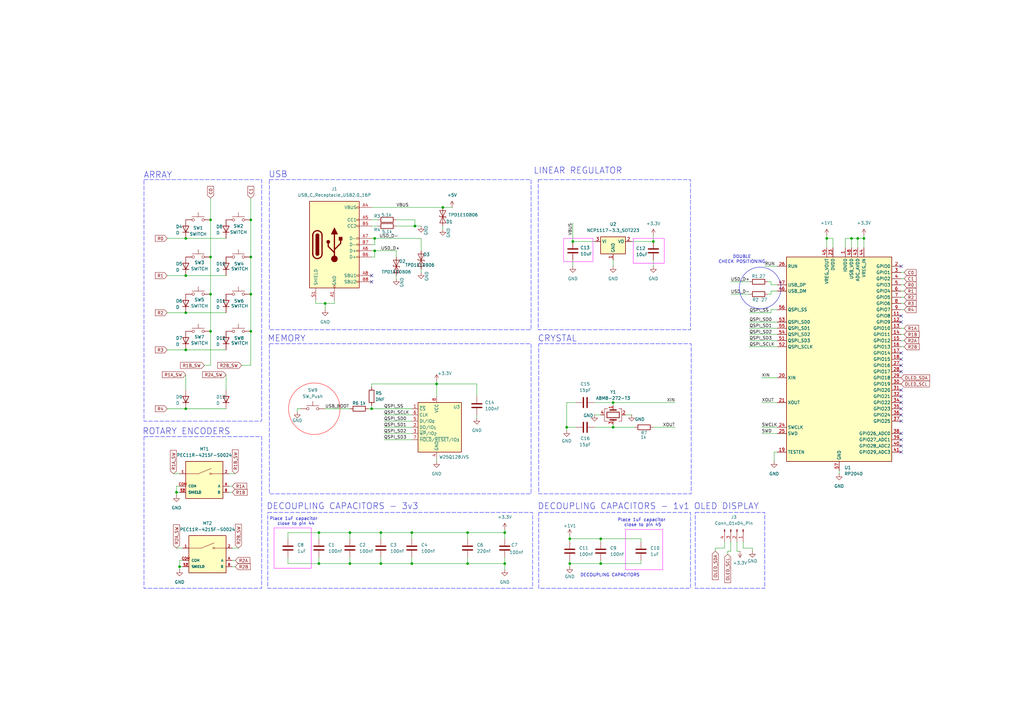
<source format=kicad_sch>
(kicad_sch (version 20250114) (generator "eeschema") (generator_version "9.0")
  (paper "A3")
  (rectangle (start 259.715 97.79) (end 272.415 107.95) (stroke (width 0) (color 255 0 255 1)))
  (rectangle (start 285.115 210.185) (end 313.69 241.3) (stroke (width 0) (type dash) (color 0 0 255 1)))
  (circle (center 128.905 167.64) (radius 10.5685) (stroke (width 0) (color 255 0 0 1)))
  (rectangle (start 256.54 217.17) (end 271.78 233.68) (stroke (width 0) (color 255 0 255 1)))
  (rectangle (start 109.855 210.185) (end 218.44 241.3) (stroke (width 0) (type dash) (color 0 0 255 1)))
  (rectangle (start 110.49 140.97) (end 217.805 202.565) (stroke (width 0) (type dash) (color 0 0 255 1)))
  (rectangle (start 110.49 73.66) (end 217.805 135.255) (stroke (width 0) (type dash) (color 0 0 255 1)))
  (circle (center 311.785 118.11) (radius 8.5431))
  (rectangle (start 59.055 73.66) (end 107.315 172.72) (stroke (width 0) (type dash) (color 0 0 255 1)))
  (rectangle (start 220.98 210.185) (end 283.21 241.3) (stroke (width 0) (type dash) (color 0 0 255 1)))
  (rectangle (start 59.055 179.07) (end 107.315 241.3) (stroke (width 0) (type dash) (color 0 0 255 1)))
  (rectangle (start 220.98 140.97) (end 283.464 202.565) (stroke (width 0) (type dash) (color 0 0 255 1)))
  (rectangle (start 112.395 216.535) (end 127.635 233.045) (stroke (width 0) (color 255 0 255 1)))
  (rectangle (start 220.726 73.66) (end 283.21 135.255) (stroke (width 0) (type dash) (color 0 0 255 1)))
  (rectangle (start 231.14 97.79) (end 243.205 107.315) (stroke (width 0) (color 255 0 255 1)))
  (text "DECOUPLING CAPACITORS" (at 250.19 235.966 0) (effects (font (size 1.27 1.27))))
  (text "DOUBLE\nCHECK POSITIONING\n" (at 304.292 106.426 0) (effects (font (size 1.27 1.27))))
  (text "MEMORY" (at 117.602 138.938 0) (effects (font (size 2.54 2.54))))
  (text "ARRAY" (at 64.77 71.882 0) (effects (font (size 2.54 2.54))))
  (text "CRYSTAL\n" (at 228.6 138.938 0) (effects (font (size 2.54 2.54))))
  (text "DECOUPLING CAPACITORS - 1v1" (at 251.714 207.772 0) (effects (font (size 2.54 2.54))))
  (text "LINEAR REGULATOR " (at 237.998 70.104 0) (effects (font (size 2.54 2.54))))
  (text "USB" (at 114.046 71.628 0) (effects (font (size 2.54 2.54))))
  (text "ROTARY ENCODERS\n" (at 76.454 177.038 0) (effects (font (size 2.54 2.54))))
  (text "Place 1uF capacitor\n close to pin 45" (at 263.144 214.376 0) (effects (font (size 1.27 1.27))))
  (text "OLED DISPLAY" (at 297.942 207.772 0) (effects (font (size 2.54 2.54))))
  (text "Place 1uF capacitor \n close to pin 44" (at 120.904 213.868 0) (effects (font (size 1.27 1.27))))
  (text "DECOUPLING CAPACITORS - 3v3" (at 140.462 207.772 0) (effects (font (size 2.54 2.54))))
  (junction (at 246.38 231.14))
  (junction (at 234.95 99.06))
  (junction (at 349.25 97.79))
  (junction (at 251.46 175.26))
  (junction (at 207.01 218.44))
  (junction (at 76.2 143.51))
  (junction (at 86.36 90.17))
  (junction (at 207.01 231.14))
  (junction (at 168.91 231.14))
  (junction (at 76.2 97.79))
  (junction (at 86.36 105.41))
  (junction (at 179.07 157.48))
  (junction (at 102.87 105.41))
  (junction (at 233.68 231.14))
  (junction (at 339.09 97.79))
  (junction (at 72.39 201.93))
  (junction (at 156.21 218.44))
  (junction (at 156.21 231.14))
  (junction (at 86.36 135.89))
  (junction (at 246.38 220.98))
  (junction (at 152.4 167.64))
  (junction (at 76.2 167.64))
  (junction (at 232.41 175.26))
  (junction (at 267.97 99.06))
  (junction (at 143.51 218.44))
  (junction (at 351.79 97.79))
  (junction (at 76.2 113.03))
  (junction (at 233.68 220.98))
  (junction (at 130.81 231.14))
  (junction (at 143.51 231.14))
  (junction (at 153.67 97.79))
  (junction (at 76.2 128.27))
  (junction (at 191.77 231.14))
  (junction (at 102.87 135.89))
  (junction (at 73.66 232.41))
  (junction (at 191.77 218.44))
  (junction (at 102.87 90.17))
  (junction (at 170.18 92.71))
  (junction (at 86.36 120.65))
  (junction (at 168.91 218.44))
  (junction (at 102.87 120.65))
  (junction (at 130.81 218.44))
  (junction (at 181.61 85.09))
  (junction (at 153.67 102.87))
  (junction (at 354.33 97.79))
  (junction (at 251.46 165.1))
  (junction (at 133.35 124.46))
  (no_connect (at 369.57 109.22))
  (no_connect (at 369.57 185.42))
  (no_connect (at 369.57 177.8))
  (no_connect (at 369.57 149.86))
  (no_connect (at 369.57 147.32))
  (no_connect (at 369.57 152.4))
  (no_connect (at 369.57 182.88))
  (no_connect (at 369.57 160.02))
  (no_connect (at 369.57 172.72))
  (no_connect (at 369.57 162.56))
  (no_connect (at 369.57 167.64))
  (no_connect (at 152.4 115.57))
  (no_connect (at 369.57 132.08))
  (no_connect (at 369.57 129.54))
  (no_connect (at 369.57 180.34))
  (no_connect (at 369.57 144.78))
  (no_connect (at 369.57 165.1))
  (no_connect (at 369.57 170.18))
  (no_connect (at 152.4 113.03))
  (wire (pts (xy 246.38 220.98) (xy 262.89 220.98)))
  (wire (pts (xy 293.37 226.06) (xy 293.37 224.79)))
  (wire (pts (xy 133.35 124.46) (xy 133.35 127)))
  (wire (pts (xy 72.39 203.2) (xy 72.39 201.93)))
  (wire (pts (xy 232.41 175.26) (xy 236.22 175.26)))
  (wire (pts (xy 102.87 149.86) (xy 102.87 135.89)))
  (wire (pts (xy 121.92 168.91) (xy 121.92 167.64)))
  (wire (pts (xy 76.2 143.51) (xy 92.71 143.51)))
  (wire (pts (xy 370.84 124.46) (xy 369.57 124.46)))
  (wire (pts (xy 317.5 189.23) (xy 317.5 185.42)))
  (wire (pts (xy 246.38 220.98) (xy 233.68 220.98)))
  (wire (pts (xy 243.84 175.26) (xy 251.46 175.26)))
  (wire (pts (xy 256.54 170.18) (xy 259.08 170.18)))
  (wire (pts (xy 351.79 101.6) (xy 351.79 97.79)))
  (wire (pts (xy 316.23 119.38) (xy 318.77 119.38)))
  (wire (pts (xy 86.36 149.86) (xy 83.82 149.86)))
  (wire (pts (xy 86.36 120.65) (xy 86.36 135.89)))
  (wire (pts (xy 99.06 149.86) (xy 102.87 149.86)))
  (wire (pts (xy 307.34 132.08) (xy 318.77 132.08)))
  (wire (pts (xy 71.12 194.31) (xy 73.66 194.31)))
  (wire (pts (xy 312.42 177.8) (xy 318.77 177.8)))
  (wire (pts (xy 181.61 85.09) (xy 185.42 85.09)))
  (wire (pts (xy 102.87 81.28) (xy 102.87 90.17)))
  (wire (pts (xy 86.36 105.41) (xy 86.36 120.65)))
  (wire (pts (xy 102.87 120.65) (xy 102.87 135.89)))
  (wire (pts (xy 316.23 120.65) (xy 316.23 119.38)))
  (wire (pts (xy 143.51 231.14) (xy 156.21 231.14)))
  (wire (pts (xy 191.77 231.14) (xy 207.01 231.14)))
  (wire (pts (xy 299.72 120.65) (xy 307.34 120.65)))
  (wire (pts (xy 97.79 224.79) (xy 95.25 224.79)))
  (wire (pts (xy 233.68 220.98) (xy 233.68 222.25)))
  (wire (pts (xy 246.38 231.14) (xy 246.38 229.87)))
  (wire (pts (xy 152.4 100.33) (xy 153.67 100.33)))
  (wire (pts (xy 168.91 218.44) (xy 191.77 218.44)))
  (wire (pts (xy 346.71 97.79) (xy 349.25 97.79)))
  (wire (pts (xy 130.81 218.44) (xy 130.81 220.98)))
  (wire (pts (xy 207.01 218.44) (xy 207.01 220.98)))
  (wire (pts (xy 317.5 185.42) (xy 318.77 185.42)))
  (wire (pts (xy 96.52 232.41) (xy 95.25 232.41)))
  (wire (pts (xy 157.48 180.34) (xy 168.91 180.34)))
  (wire (pts (xy 316.23 116.84) (xy 318.77 116.84)))
  (wire (pts (xy 179.07 157.48) (xy 179.07 162.56)))
  (wire (pts (xy 351.79 97.79) (xy 354.33 97.79)))
  (wire (pts (xy 299.72 115.57) (xy 307.34 115.57)))
  (wire (pts (xy 72.39 224.79) (xy 74.93 224.79)))
  (wire (pts (xy 76.2 167.64) (xy 92.71 167.64)))
  (wire (pts (xy 68.58 143.51) (xy 76.2 143.51)))
  (wire (pts (xy 349.25 97.79) (xy 351.79 97.79)))
  (wire (pts (xy 179.07 189.23) (xy 179.07 187.96)))
  (wire (pts (xy 102.87 90.17) (xy 102.87 105.41)))
  (wire (pts (xy 370.84 142.24) (xy 369.57 142.24)))
  (wire (pts (xy 234.95 99.06) (xy 243.84 99.06)))
  (wire (pts (xy 168.91 231.14) (xy 191.77 231.14)))
  (wire (pts (xy 143.51 228.6) (xy 143.51 231.14)))
  (wire (pts (xy 346.71 101.6) (xy 346.71 97.79)))
  (wire (pts (xy 129.54 124.46) (xy 129.54 123.19)))
  (wire (pts (xy 312.42 165.1) (xy 318.77 165.1)))
  (wire (pts (xy 251.46 165.1) (xy 276.86 165.1)))
  (wire (pts (xy 232.41 176.53) (xy 232.41 175.26)))
  (wire (pts (xy 298.45 227.33) (xy 298.45 226.06)))
  (wire (pts (xy 72.39 201.93) (xy 72.39 199.39)))
  (wire (pts (xy 153.67 102.87) (xy 153.67 105.41)))
  (wire (pts (xy 102.87 105.41) (xy 102.87 120.65)))
  (wire (pts (xy 370.84 134.62) (xy 369.57 134.62)))
  (wire (pts (xy 307.34 128.27) (xy 316.23 128.27)))
  (wire (pts (xy 86.36 81.28) (xy 86.36 90.17)))
  (wire (pts (xy 303.53 226.06) (xy 302.26 226.06)))
  (wire (pts (xy 243.84 165.1) (xy 251.46 165.1)))
  (wire (pts (xy 251.46 175.26) (xy 251.46 173.99)))
  (wire (pts (xy 312.42 175.26) (xy 318.77 175.26)))
  (wire (pts (xy 370.84 121.92) (xy 369.57 121.92)))
  (wire (pts (xy 118.11 231.14) (xy 130.81 231.14)))
  (wire (pts (xy 156.21 228.6) (xy 156.21 231.14)))
  (wire (pts (xy 243.84 170.18) (xy 246.38 170.18)))
  (wire (pts (xy 170.18 90.17) (xy 170.18 92.71)))
  (wire (pts (xy 267.97 96.52) (xy 267.97 99.06)))
  (wire (pts (xy 233.68 231.14) (xy 233.68 229.87)))
  (wire (pts (xy 162.56 102.87) (xy 162.56 105.41)))
  (wire (pts (xy 370.84 137.16) (xy 369.57 137.16)))
  (wire (pts (xy 152.4 167.64) (xy 168.91 167.64)))
  (wire (pts (xy 118.11 218.44) (xy 130.81 218.44)))
  (wire (pts (xy 195.58 171.45) (xy 195.58 170.18)))
  (wire (pts (xy 153.67 100.33) (xy 153.67 97.79)))
  (wire (pts (xy 157.48 175.26) (xy 168.91 175.26)))
  (wire (pts (xy 195.58 157.48) (xy 179.07 157.48)))
  (wire (pts (xy 162.56 90.17) (xy 170.18 90.17)))
  (wire (pts (xy 152.4 102.87) (xy 153.67 102.87)))
  (wire (pts (xy 76.2 113.03) (xy 92.71 113.03)))
  (wire (pts (xy 370.84 139.7) (xy 369.57 139.7)))
  (wire (pts (xy 262.89 231.14) (xy 262.89 229.87)))
  (wire (pts (xy 316.23 127) (xy 318.77 127)))
  (wire (pts (xy 267.97 109.22) (xy 267.97 106.68)))
  (wire (pts (xy 316.23 128.27) (xy 316.23 127)))
  (wire (pts (xy 312.42 154.94) (xy 318.77 154.94)))
  (wire (pts (xy 262.89 222.25) (xy 262.89 220.98)))
  (wire (pts (xy 370.84 119.38) (xy 369.57 119.38)))
  (wire (pts (xy 73.66 232.41) (xy 73.66 233.68)))
  (wire (pts (xy 68.58 167.64) (xy 76.2 167.64)))
  (wire (pts (xy 143.51 218.44) (xy 143.51 220.98)))
  (wire (pts (xy 157.48 172.72) (xy 168.91 172.72)))
  (wire (pts (xy 349.25 97.79) (xy 349.25 101.6)))
  (wire (pts (xy 232.41 165.1) (xy 232.41 175.26)))
  (wire (pts (xy 68.58 128.27) (xy 76.2 128.27)))
  (wire (pts (xy 121.92 167.64) (xy 123.19 167.64)))
  (wire (pts (xy 191.77 218.44) (xy 207.01 218.44)))
  (wire (pts (xy 133.35 167.64) (xy 143.51 167.64)))
  (wire (pts (xy 314.96 115.57) (xy 316.23 115.57)))
  (wire (pts (xy 72.39 201.93) (xy 73.66 201.93)))
  (wire (pts (xy 370.84 111.76) (xy 369.57 111.76)))
  (wire (pts (xy 251.46 109.22) (xy 251.46 106.68)))
  (wire (pts (xy 307.34 137.16) (xy 318.77 137.16)))
  (wire (pts (xy 152.4 105.41) (xy 153.67 105.41)))
  (wire (pts (xy 299.72 226.06) (xy 299.72 222.25)))
  (wire (pts (xy 156.21 218.44) (xy 168.91 218.44)))
  (wire (pts (xy 130.81 231.14) (xy 143.51 231.14)))
  (wire (pts (xy 153.67 97.79) (xy 172.72 97.79)))
  (wire (pts (xy 236.22 165.1) (xy 232.41 165.1)))
  (wire (pts (xy 293.37 224.79) (xy 297.18 224.79)))
  (wire (pts (xy 143.51 218.44) (xy 156.21 218.44)))
  (wire (pts (xy 298.45 226.06) (xy 299.72 226.06)))
  (wire (pts (xy 152.4 85.09) (xy 181.61 85.09)))
  (wire (pts (xy 191.77 228.6) (xy 191.77 231.14)))
  (wire (pts (xy 95.25 201.93) (xy 93.98 201.93)))
  (wire (pts (xy 168.91 228.6) (xy 168.91 231.14)))
  (wire (pts (xy 73.66 232.41) (xy 74.93 232.41)))
  (wire (pts (xy 251.46 165.1) (xy 251.46 166.37)))
  (wire (pts (xy 233.68 232.41) (xy 233.68 231.14)))
  (wire (pts (xy 181.61 93.98) (xy 181.61 92.71)))
  (wire (pts (xy 96.52 229.87) (xy 95.25 229.87)))
  (wire (pts (xy 354.33 97.79) (xy 354.33 101.6)))
  (wire (pts (xy 344.17 194.31) (xy 344.17 193.04)))
  (wire (pts (xy 267.97 175.26) (xy 276.86 175.26)))
  (wire (pts (xy 152.4 157.48) (xy 152.4 158.75)))
  (wire (pts (xy 354.33 96.52) (xy 354.33 97.79)))
  (wire (pts (xy 234.95 91.44) (xy 234.95 99.06)))
  (wire (pts (xy 130.81 218.44) (xy 143.51 218.44)))
  (wire (pts (xy 207.01 217.17) (xy 207.01 218.44)))
  (wire (pts (xy 76.2 153.67) (xy 76.2 160.02)))
  (wire (pts (xy 172.72 92.71) (xy 170.18 92.71)))
  (wire (pts (xy 156.21 231.14) (xy 168.91 231.14)))
  (wire (pts (xy 152.4 92.71) (xy 154.94 92.71)))
  (wire (pts (xy 307.34 134.62) (xy 318.77 134.62)))
  (wire (pts (xy 233.68 219.71) (xy 233.68 220.98)))
  (wire (pts (xy 314.96 120.65) (xy 316.23 120.65)))
  (wire (pts (xy 207.01 228.6) (xy 207.01 231.14)))
  (wire (pts (xy 95.25 199.39) (xy 93.98 199.39)))
  (wire (pts (xy 234.95 109.22) (xy 234.95 106.68)))
  (wire (pts (xy 370.84 114.3) (xy 369.57 114.3)))
  (wire (pts (xy 341.63 97.79) (xy 339.09 97.79)))
  (wire (pts (xy 246.38 231.14) (xy 262.89 231.14)))
  (wire (pts (xy 72.39 199.39) (xy 73.66 199.39)))
  (wire (pts (xy 297.18 224.79) (xy 297.18 222.25)))
  (wire (pts (xy 137.16 124.46) (xy 133.35 124.46)))
  (wire (pts (xy 195.58 162.56) (xy 195.58 157.48)))
  (wire (pts (xy 370.84 116.84) (xy 369.57 116.84)))
  (wire (pts (xy 133.35 124.46) (xy 129.54 124.46)))
  (wire (pts (xy 157.48 170.18) (xy 168.91 170.18)))
  (wire (pts (xy 118.11 228.6) (xy 118.11 231.14)))
  (wire (pts (xy 86.36 90.17) (xy 86.36 105.41)))
  (wire (pts (xy 307.34 139.7) (xy 318.77 139.7)))
  (wire (pts (xy 370.84 127) (xy 369.57 127)))
  (wire (pts (xy 172.72 102.87) (xy 172.72 97.79)))
  (wire (pts (xy 151.13 167.64) (xy 152.4 167.64)))
  (wire (pts (xy 76.2 128.27) (xy 92.71 128.27)))
  (wire (pts (xy 68.58 97.79) (xy 76.2 97.79)))
  (wire (pts (xy 76.2 97.79) (xy 92.71 97.79)))
  (wire (pts (xy 307.34 142.24) (xy 318.77 142.24)))
  (wire (pts (xy 96.52 194.31) (xy 93.98 194.31)))
  (wire (pts (xy 156.21 218.44) (xy 156.21 220.98)))
  (wire (pts (xy 313.69 109.22) (xy 318.77 109.22)))
  (wire (pts (xy 137.16 124.46) (xy 137.16 123.19)))
  (wire (pts (xy 259.08 99.06) (xy 267.97 99.06)))
  (wire (pts (xy 233.68 231.14) (xy 246.38 231.14)))
  (wire (pts (xy 339.09 97.79) (xy 339.09 101.6)))
  (wire (pts (xy 162.56 114.3) (xy 162.56 113.03)))
  (wire (pts (xy 73.66 229.87) (xy 73.66 232.41)))
  (wire (pts (xy 308.61 224.79) (xy 304.8 224.79)))
  (wire (pts (xy 168.91 218.44) (xy 168.91 220.98)))
  (wire (pts (xy 130.81 228.6) (xy 130.81 231.14)))
  (wire (pts (xy 118.11 220.98) (xy 118.11 218.44)))
  (wire (pts (xy 92.71 153.67) (xy 92.71 160.02)))
  (wire (pts (xy 207.01 233.68) (xy 207.01 231.14)))
  (wire (pts (xy 162.56 92.71) (xy 170.18 92.71)))
  (wire (pts (xy 86.36 135.89) (xy 86.36 149.86)))
  (wire (pts (xy 152.4 157.48) (xy 179.07 157.48)))
  (wire (pts (xy 68.58 113.03) (xy 76.2 113.03)))
  (wire (pts (xy 308.61 226.06) (xy 308.61 224.79)))
  (wire (pts (xy 152.4 90.17) (xy 154.94 90.17)))
  (wire (pts (xy 191.77 218.44) (xy 191.77 220.98)))
  (wire (pts (xy 339.09 96.52) (xy 339.09 97.79)))
  (wire (pts (xy 152.4 166.37) (xy 152.4 167.64)))
  (wire (pts (xy 316.23 115.57) (xy 316.23 116.84)))
  (wire (pts (xy 172.72 111.76) (xy 172.72 110.49)))
  (wire (pts (xy 341.63 101.6) (xy 341.63 97.79)))
  (wire (pts (xy 74.93 229.87) (xy 73.66 229.87)))
  (wire (pts (xy 260.35 175.26) (xy 251.46 175.26)))
  (wire (pts (xy 153.67 102.87) (xy 162.56 102.87)))
  (wire (pts (xy 152.4 97.79) (xy 153.67 97.79)))
  (wire (pts (xy 304.8 224.79) (xy 304.8 222.25)))
  (wire (pts (xy 179.07 156.21) (xy 179.07 157.48)))
  (wire (pts (xy 302.26 226.06) (xy 302.26 222.25)))
  (wire (pts (xy 246.38 220.98) (xy 246.38 222.25)))
  (wire (pts (xy 157.48 177.8) (xy 168.91 177.8)))
  (label "QSPI_SD2" (at 157.48 177.8 0))
  (label "QSPI_SD3" (at 157.48 180.34 0))
  (label "RUN" (at 313.69 109.22 0))
  (label "USD_D+" (at 156.21 102.87 0))
  (label "QSPI_SD2" (at 307.34 137.16 0))
  (label "XOUT" (at 312.42 165.1 0))
  (label "QSPI_SD1" (at 307.34 134.62 0))
  (label "QSPI_SCLK" (at 157.48 170.18 0))
  (label "VBUS" (at 162.56 85.09 0))
  (label "XIN" (at 312.42 154.94 0))
  (label "USD_D-" (at 299.72 120.65 0))
  (label "QSPI_SD1" (at 157.48 175.26 0))
  (label "QSPI_SCLK" (at 307.34 142.24 0))
  (label "XIN" (at 276.86 165.1 180))
  (label "USD_D+" (at 299.72 115.57 0))
  (label "SWCLK" (at 312.42 175.26 0))
  (label "QSPI_SS" (at 157.48 167.64 0))
  (label "QSPI_SD0" (at 307.34 132.08 0))
  (label "QSPI_SD0" (at 157.48 172.72 0))
  (label "XOUT" (at 276.86 175.26 180))
  (label "VBUS" (at 234.95 91.44 270))
  (label "SWD" (at 312.42 177.8 0))
  (label "QSPI_SD3" (at 307.34 139.7 0))
  (label "USD_D-" (at 155.575 97.79 0))
  (label "USB_BOOT" (at 133.35 167.64 0))
  (label "QSPI_SS" (at 307.34 128.27 0))
  (global_label "C1" (shape input) (at 102.87 81.28 90) (property "Intersheetrefs" "${INTERSHEET_REFS}" (effects (hide yes))))
  (global_label "R2B_SW" (shape input) (at 97.79 224.79 90) (property "Intersheetrefs" "${INTERSHEET_REFS}" (effects (hide yes))))
  (global_label "R2A_SW" (shape input) (at 72.39 224.79 90) (property "Intersheetrefs" "${INTERSHEET_REFS}" (effects (hide yes))))
  (global_label "R1B_SW" (shape input) (at 83.82 149.86 180) (property "Intersheetrefs" "${INTERSHEET_REFS}" (effects (hide yes))))
  (global_label "OLED_SDA" (shape input) (at 369.57 154.94 0) (property "Intersheetrefs" "${INTERSHEET_REFS}" (effects (hide yes))))
  (global_label "C0" (shape input) (at 370.84 111.76 0) (property "Intersheetrefs" "${INTERSHEET_REFS}" (effects (hide yes))))
  (global_label "R2A" (shape input) (at 370.84 139.7 0) (property "Intersheetrefs" "${INTERSHEET_REFS}" (effects (hide yes))))
  (global_label "R4" (shape input) (at 68.58 167.64 180) (property "Intersheetrefs" "${INTERSHEET_REFS}" (effects (hide yes))))
  (global_label "C1" (shape input) (at 370.84 114.3 0) (property "Intersheetrefs" "${INTERSHEET_REFS}" (effects (hide yes))))
  (global_label "OLED_SCL" (shape input) (at 298.45 227.33 270) (property "Intersheetrefs" "${INTERSHEET_REFS}" (effects (hide yes))))
  (global_label "R2" (shape input) (at 370.84 121.92 0) (property "Intersheetrefs" "${INTERSHEET_REFS}" (effects (hide yes))))
  (global_label "C0" (shape input) (at 86.36 81.28 90) (property "Intersheetrefs" "${INTERSHEET_REFS}" (effects (hide yes))))
  (global_label "R2A_SW" (shape input) (at 92.71 153.67 180) (property "Intersheetrefs" "${INTERSHEET_REFS}" (effects (hide yes))))
  (global_label "OLED_SDA" (shape input) (at 293.37 226.06 270) (property "Intersheetrefs" "${INTERSHEET_REFS}" (effects (hide yes))))
  (global_label "R3" (shape input) (at 68.58 143.51 180) (property "Intersheetrefs" "${INTERSHEET_REFS}" (effects (hide yes))))
  (global_label "R1" (shape input) (at 370.84 119.38 0) (property "Intersheetrefs" "${INTERSHEET_REFS}" (effects (hide yes))))
  (global_label "R0" (shape input) (at 370.84 116.84 0) (property "Intersheetrefs" "${INTERSHEET_REFS}" (effects (hide yes))))
  (global_label "R1B" (shape input) (at 370.84 137.16 0) (property "Intersheetrefs" "${INTERSHEET_REFS}" (effects (hide yes))))
  (global_label "R1B_SW" (shape input) (at 96.52 194.31 90) (property "Intersheetrefs" "${INTERSHEET_REFS}" (effects (hide yes))))
  (global_label "OLED_SCL" (shape input) (at 369.57 157.48 0) (property "Intersheetrefs" "${INTERSHEET_REFS}" (effects (hide yes))))
  (global_label "R1A_SW" (shape input) (at 71.12 194.31 90) (property "Intersheetrefs" "${INTERSHEET_REFS}" (effects (hide yes))))
  (global_label "R1B" (shape input) (at 95.25 201.93 0) (property "Intersheetrefs" "${INTERSHEET_REFS}" (effects (hide yes))))
  (global_label "R2" (shape input) (at 68.58 128.27 180) (property "Intersheetrefs" "${INTERSHEET_REFS}" (effects (hide yes))))
  (global_label "R1A" (shape input) (at 370.84 134.62 0) (property "Intersheetrefs" "${INTERSHEET_REFS}" (effects (hide yes))))
  (global_label "R1A_SW" (shape input) (at 76.2 153.67 180) (property "Intersheetrefs" "${INTERSHEET_REFS}" (effects (hide yes))))
  (global_label "R4" (shape input) (at 370.84 127 0) (property "Intersheetrefs" "${INTERSHEET_REFS}" (effects (hide yes))))
  (global_label "R2A" (shape input) (at 96.52 229.87 0) (property "Intersheetrefs" "${INTERSHEET_REFS}" (effects (hide yes))))
  (global_label "R3" (shape input) (at 370.84 124.46 0) (property "Intersheetrefs" "${INTERSHEET_REFS}" (effects (hide yes))))
  (global_label "R0" (shape input) (at 68.58 97.79 180) (property "Intersheetrefs" "${INTERSHEET_REFS}" (effects (hide yes))))
  (global_label "R1A" (shape input) (at 95.25 199.39 0) (property "Intersheetrefs" "${INTERSHEET_REFS}" (effects (hide yes))))
  (global_label "R2B" (shape input) (at 370.84 142.24 0) (property "Intersheetrefs" "${INTERSHEET_REFS}" (effects (hide yes))))
  (global_label "R2B_SW" (shape input) (at 99.06 149.86 180) (property "Intersheetrefs" "${INTERSHEET_REFS}" (effects (hide yes))))
  (global_label "R2B" (shape input) (at 96.52 232.41 0) (property "Intersheetrefs" "${INTERSHEET_REFS}" (effects (hide yes))))
  (global_label "R1" (shape input) (at 68.58 113.03 180) (property "Intersheetrefs" "${INTERSHEET_REFS}" (effects (hide yes))))
  (symbol (lib_id "Device:C") (at 240.03 165.1 90) (unit 1)
    (property "Reference" "C15" (at 240.03 157.48 90))
    (property "Value" "15pF" (at 240.03 160.02 90))
    (property "Footprint" "Capacitor_SMD:C_0603_1608Metric" (effects (hide yes)))
    (property "Description" "Unpolarized capacitor" (effects (hide yes)))
  )
  (symbol (lib_id "Device:C") (at 246.38 226.06 0) (unit 1)
    (property "Reference" "C9" (at 250.19 224.7899 0) (effects (justify left)))
    (property "Value" "100nf" (at 250.19 227.3299 0) (effects (justify left)))
    (property "Footprint" "Capacitor_SMD:C_0603_1608Metric" (effects (hide yes)))
    (property "Description" "Unpolarized capacitor" (effects (hide yes)))
  )
  (symbol (lib_id "Switch:SW_Omron_B3FS") (at 81.28 90.17 0) (unit 1)
    (property "Reference" "SW1" (at 81.28 93.472 0))
    (property "Value" "SWITCH" (at 81.28 96.012 0))
    (property "Footprint" "1_my_custom_libary_pretty:Kailh_socket_PG1350" (effects (hide yes)))
    (property "Datasheet" "https://omronfs.omron.com/en_US/ecb/products/pdf/en-b3fs.pdf" (effects (hide yes)))
    (property "Description" "Omron B3FS 6x6mm single pole normally-open tactile switch" (effects (hide yes)))
  )
  (symbol (lib_id "Device:Crystal_GND24") (at 251.46 170.18 270) (unit 1)
    (property "Reference" "Y1" (at 251.46 160.782 90))
    (property "Value" "ABM8-272-T3" (at 251.46 163.322 90))
    (property "Footprint" "Crystal:Crystal_SMD_3225-4Pin_3.2x2.5mm" (effects (hide yes)))
    (property "Description" "Four pin crystal, GND on pins 2 and 4" (effects (hide yes)))
  )
  (symbol (lib_id "Connector:Conn_01x04_Pin") (at 302.26 217.17 270) (unit 1)
    (property "Reference" "J3" (at 300.99 212.09 90))
    (property "Value" "Conn_01x04_Pin" (at 300.99 214.63 90))
    (property "Footprint" "1_my_custom_libary_pretty:OLED" (effects (hide yes)))
    (property "Description" "Generic connector, single row, 01x04, script generated" (effects (hide yes)))
  )
  (symbol (lib_id "Device:D") (at 92.71 124.46 90) (unit 1)
    (property "Reference" "D11" (at 88.646 123.444 90) (effects (justify right)))
    (property "Value" "D" (at 88.646 125.984 90) (effects (justify right)))
    (property "Footprint" "Diode_SMD:D_0603_1608Metric" (effects (hide yes)))
    (property "Description" "Diode" (effects (hide yes)))
    (property "Sim.Device" "D" (effects (hide yes)))
    (property "Sim.Pins" "1=K 2=A" (effects (hide yes)))
  )
  (symbol (lib_id "Device:D") (at 92.71 139.7 90) (unit 1)
    (property "Reference" "D12" (at 88.646 138.684 90) (effects (justify right)))
    (property "Value" "D" (at 88.646 141.224 90) (effects (justify right)))
    (property "Footprint" "Diode_SMD:D_0603_1608Metric" (effects (hide yes)))
    (property "Description" "Diode" (effects (hide yes)))
    (property "Sim.Device" "D" (effects (hide yes)))
    (property "Sim.Pins" "1=K 2=A" (effects (hide yes)))
  )
  (symbol (lib_id "Device:C") (at 267.97 102.87 0) (unit 1)
    (property "Reference" "C12" (at 260.858 101.854 0) (effects (justify left)))
    (property "Value" "10uF" (at 260.858 104.394 0) (effects (justify left)))
    (property "Footprint" "Capacitor_SMD:C_0805_2012Metric" (effects (hide yes)))
    (property "Description" "Unpolarized capacitor" (effects (hide yes)))
  )
  (symbol (lib_id "power:GND") (at 195.58 171.45 0) (unit 1)
    (property "Reference" "#PWR020" (effects (hide yes)))
    (property "Value" "GND" (at 195.58 176.53 0))
    (property "Description" "Power symbol creates a global label with name \"GND\" , ground" (effects (hide yes)))
  )
  (symbol (lib_id "Device:C") (at 233.68 226.06 0) (unit 1)
    (property "Reference" "C11" (at 237.49 224.7899 0) (effects (justify left)))
    (property "Value" "100nf" (at 237.49 227.3299 0) (effects (justify left)))
    (property "Footprint" "Capacitor_SMD:C_0603_1608Metric" (effects (hide yes)))
    (property "Description" "Unpolarized capacitor" (effects (hide yes)))
  )
  (symbol (lib_id "power:+3.3V") (at 354.33 96.52 0) (unit 1)
    (property "Reference" "#PWR04" (effects (hide yes)))
    (property "Value" "+3.3V" (at 354.33 91.44 0))
    (property "Description" "Power symbol creates a global label with name \"+3.3V\"" (effects (hide yes)))
  )
  (symbol (lib_id "power:GND") (at 308.61 226.06 0) (unit 1)
    (property "Reference" "#PWR028" (effects (hide yes)))
    (property "Value" "GND" (at 308.61 230.124 0))
    (property "Description" "Power symbol creates a global label with name \"GND\" , ground" (effects (hide yes)))
  )
  (symbol (lib_id "Connector:USB_C_Receptacle_USB2.0_16P") (at 137.16 100.33 0) (unit 1)
    (property "Reference" "J1" (at 137.16 77.47 0))
    (property "Value" "USB_C_Receptacle_USB2.0_16P" (at 137.16 80.01 0))
    (property "Footprint" "Connector_USB:USB_C_Receptacle_GCT_USB4105-xx-A_16P_TopMnt_Horizontal" (effects (hide yes)))
    (property "Datasheet" "https://www.usb.org/sites/default/files/documents/usb_type-c.zip" (effects (hide yes)))
    (property "Description" "USB 2.0-only 16P Type-C Receptacle connector" (effects (hide yes)))
  )
  (symbol (lib_id "power:GND") (at 259.08 170.18 0) (unit 1)
    (property "Reference" "#PWR024" (effects (hide yes)))
    (property "Value" "GND" (at 262.382 171.958 0))
    (property "Description" "Power symbol creates a global label with name \"GND\" , ground" (effects (hide yes)))
  )
  (symbol (lib_id "Device:R") (at 158.75 92.71 90) (unit 1)
    (property "Reference" "R4" (at 154.686 94.234 90))
    (property "Value" "5.1k" (at 158.75 94.996 90))
    (property "Footprint" "Resistor_SMD:R_0603_1608Metric" (effects (hide yes)))
    (property "Description" "Resistor" (effects (hide yes)))
  )
  (symbol (lib_id "Device:D") (at 92.71 93.98 90) (unit 1)
    (property "Reference" "D8" (at 88.646 92.964 90) (effects (justify right)))
    (property "Value" "D" (at 88.646 95.504 90) (effects (justify right)))
    (property "Footprint" "Diode_SMD:D_0603_1608Metric" (effects (hide yes)))
    (property "Description" "Diode" (effects (hide yes)))
    (property "Sim.Device" "D" (effects (hide yes)))
    (property "Sim.Pins" "1=K 2=A" (effects (hide yes)))
  )
  (symbol (lib_id "power:+1V1") (at 233.68 219.71 0) (unit 1)
    (property "Reference" "#PWR02" (effects (hide yes)))
    (property "Value" "+1V1" (at 233.68 215.646 0))
    (property "Description" "Power symbol creates a global label with name \"+1V1\"" (effects (hide yes)))
  )
  (symbol (lib_id "Device:C") (at 156.21 224.79 0) (unit 1)
    (property "Reference" "C3" (at 160.02 223.5199 0) (effects (justify left)))
    (property "Value" "100nf" (at 160.02 226.0599 0) (effects (justify left)))
    (property "Footprint" "Capacitor_SMD:C_0603_1608Metric" (effects (hide yes)))
    (property "Description" "Unpolarized capacitor" (effects (hide yes)))
  )
  (symbol (lib_id "Device:R") (at 311.15 115.57 90) (unit 1)
    (property "Reference" "R1" (at 309.626 113.284 90))
    (property "Value" "27" (at 312.674 113.284 90))
    (property "Footprint" "Resistor_SMD:R_0603_1608Metric" (effects (hide yes)))
    (property "Description" "Resistor" (effects (hide yes)))
  )
  (symbol (lib_id "Switch:SW_Push") (at 128.27 167.64 0) (unit 1)
    (property "Reference" "SW9" (at 128.27 160.02 0))
    (property "Value" "SW_Push" (at 128.27 162.56 0))
    (property "Footprint" "1_my_custom_libary_pretty:SW_SPST_PTS810" (effects (hide yes)))
    (property "Description" "Push button switch, generic, two pins" (effects (hide yes)))
  )
  (symbol (lib_id "Memory_Flash:W25Q128JVS") (at 179.07 175.26 0) (unit 1)
    (property "Reference" "U3" (at 185.928 166.878 0) (effects (justify left)))
    (property "Value" "W25Q128JVS" (at 180.086 187.452 0) (effects (justify left)))
    (property "Footprint" "Package_SO:SOIC-8_5.3x5.3mm_P1.27mm" (effects (hide yes)))
    (property "Datasheet" "https://www.winbond.com/resource-files/w25q128jv_dtr%20revc%2003272018%20plus.pdf" (effects (hide yes)))
    (property "Description" "128Mbit / 16MiB Serial Flash Memory, Standard/Dual/Quad SPI, 2.7-3.6V, SOIC-8" (effects (hide yes)))
  )
  (symbol (lib_id "power:GND") (at 172.72 92.71 0) (unit 1)
    (property "Reference" "#PWR011" (effects (hide yes)))
    (property "Value" "GND" (at 174.752 94.488 90))
    (property "Description" "Power symbol creates a global label with name \"GND\" , ground" (effects (hide yes)))
  )
  (symbol (lib_id "Diode:ESD9B5.0ST5G") (at 172.72 106.68 270) (unit 1)
    (property "Reference" "D3" (at 176.276 104.394 90) (effects (justify right)))
    (property "Value" "TPD1E10B06" (at 178.308 108.712 90) (effects (justify right)))
    (property "Footprint" "Diode_SMD:D_SOD-523" (effects (hide yes)))
    (property "Datasheet" "https://www.onsemi.com/pub/Collateral/ESD9B-D.PDF" (effects (hide yes)))
    (property "Description" "ESD protection diode, 5.0Vrwm, SOD-923" (effects (hide yes)))
  )
  (symbol (lib_id "power:+3.3V") (at 179.07 156.21 0) (unit 1)
    (property "Reference" "#PWR022" (effects (hide yes)))
    (property "Value" "+3.3V" (at 182.372 153.162 0))
    (property "Description" "Power symbol creates a global label with name \"+3.3V\"" (effects (hide yes)))
  )
  (symbol (lib_id "power:GND") (at 234.95 109.22 0) (unit 1)
    (property "Reference" "#PWR017" (effects (hide yes)))
    (property "Value" "GND" (at 234.95 114.3 0))
    (property "Description" "Power symbol creates a global label with name \"GND\" , ground" (effects (hide yes)))
  )
  (symbol (lib_id "power:GND") (at 73.66 233.68 0) (unit 1)
    (property "Reference" "#PWR027" (effects (hide yes)))
    (property "Value" "GND" (at 73.66 238.76 0))
    (property "Description" "Power symbol creates a global label with name \"GND\" , ground" (effects (hide yes)))
  )
  (symbol (lib_id "Switch:SW_Omron_B3FS") (at 97.79 105.41 0) (unit 1)
    (property "Reference" "SW4" (at 98.044 108.204 0))
    (property "Value" "SWITCH" (at 98.298 110.236 0))
    (property "Footprint" "1_my_custom_libary_pretty:Kailh_socket_PG1350" (effects (hide yes)))
    (property "Datasheet" "https://omronfs.omron.com/en_US/ecb/products/pdf/en-b3fs.pdf" (effects (hide yes)))
    (property "Description" "Omron B3FS 6x6mm single pole normally-open tactile switch" (effects (hide yes)))
  )
  (symbol (lib_id "Switch:SW_Omron_B3FS") (at 97.79 135.89 0) (unit 1)
    (property "Reference" "SW8" (at 98.044 138.684 0))
    (property "Value" "SWITCH" (at 98.298 140.716 0))
    (property "Footprint" "1_my_custom_libary_pretty:Kailh_socket_PG1350" (effects (hide yes)))
    (property "Datasheet" "https://omronfs.omron.com/en_US/ecb/products/pdf/en-b3fs.pdf" (effects (hide yes)))
    (property "Description" "Omron B3FS 6x6mm single pole normally-open tactile switch" (effects (hide yes)))
  )
  (symbol (lib_id "Switch:SW_Omron_B3FS") (at 97.79 120.65 0) (unit 1)
    (property "Reference" "SW6" (at 98.044 123.444 0))
    (property "Value" "SWITCH" (at 98.298 125.476 0))
    (property "Footprint" "1_my_custom_libary_pretty:Kailh_socket_PG1350" (effects (hide yes)))
    (property "Datasheet" "https://omronfs.omron.com/en_US/ecb/products/pdf/en-b3fs.pdf" (effects (hide yes)))
    (property "Description" "Omron B3FS 6x6mm single pole normally-open tactile switch" (effects (hide yes)))
  )
  (symbol (lib_id "Device:C") (at 195.58 166.37 0) (unit 1)
    (property "Reference" "C14" (at 198.882 165.1 0) (effects (justify left)))
    (property "Value" "100nF" (at 198.882 167.64 0) (effects (justify left)))
    (property "Footprint" "Capacitor_SMD:C_0603_1608Metric" (effects (hide yes)))
    (property "Description" "Unpolarized capacitor" (effects (hide yes)))
  )
  (symbol (lib_id "Device:C") (at 234.95 102.87 0) (unit 1)
    (property "Reference" "C13" (at 237.998 101.6 0) (effects (justify left)))
    (property "Value" "10uF" (at 237.998 104.14 0) (effects (justify left)))
    (property "Footprint" "Capacitor_SMD:C_0805_2012Metric" (effects (hide yes)))
    (property "Description" "Unpolarized capacitor" (effects (hide yes)))
  )
  (symbol (lib_id "power:+3.3V") (at 267.97 96.52 0) (unit 1)
    (property "Reference" "#PWR021" (effects (hide yes)))
    (property "Value" "+3.3V" (at 267.97 91.694 0))
    (property "Description" "Power symbol creates a global label with name \"+3.3V\"" (effects (hide yes)))
  )
  (symbol (lib_id "power:GND") (at 207.01 233.68 0) (unit 1)
    (property "Reference" "#PWR03" (effects (hide yes)))
    (property "Value" "GND" (at 207.01 238.76 0))
    (property "Description" "Power symbol creates a global label with name \"GND\" , ground" (effects (hide yes)))
  )
  (symbol (lib_id "1_my_custom_symbol_library:PEC11R-4215F-S0024") (at 83.82 196.85 0) (unit 1)
    (property "Reference" "MT1" (at 83.82 184.15 0))
    (property "Value" "PEC11R-4215F-S0024" (at 83.82 186.69 0))
    (property "Footprint" "1_my_custom_libary_pretty:XDCR_PEC11R-4215F-S0024" (effects (hide yes)))
    (property "MF" "Bourns" (effects (hide yes)))
    (property "MAXIMUM_PACKAGE_HEIGHT" "21.5 mm" (effects (hide yes)))
    (property "Package" "None" (effects (hide yes)))
    (property "Price" "None" (effects (hide yes)))
    (property "Check_prices" "https://www.snapeda.com/parts/PEC11R-4215F-S0024/Bourns/view-part/?ref=eda" (effects (hide yes)))
    (property "STANDARD" "Manufacturer Recommendations" (effects (hide yes)))
    (property "PARTREV" "Rev. 09/19" (effects (hide yes)))
    (property "SnapEDA_Link" "https://www.snapeda.com/parts/PEC11R-4215F-S0024/Bourns/view-part/?ref=snap" (effects (hide yes)))
    (property "MP" "PEC11R-4215F-S0024" (effects (hide yes)))
    (property "Purchase-URL" "https://www.snapeda.com/api/url_track_click_mouser/?unipart_id=428605&manufacturer=Bourns&part_name=PEC11R-4215F-S0024&search_term=pec11r" (effects (hide yes)))
    (property "Description_1" "\nEncoder,Rotary,24 Detents,15 mm, Shaft,Switch | Bourns PEC11R-4215F-S0024\n" (effects (hide yes)))
    (property "Availability" "In Stock" (effects (hide yes)))
    (property "MANUFACTURER" "J.W.Miller/Bourns" (effects (hide yes)))
  )
  (symbol (lib_id "power:GND") (at 233.68 232.41 0) (unit 1)
    (property "Reference" "#PWR06" (effects (hide yes)))
    (property "Value" "GND" (at 233.68 236.474 0))
    (property "Description" "Power symbol creates a global label with name \"GND\" , ground" (effects (hide yes)))
  )
  (symbol (lib_id "Switch:SW_Omron_B3FS") (at 97.79 90.17 0) (unit 1)
    (property "Reference" "SW2" (at 97.79 92.71 0))
    (property "Value" "SWITCH" (at 97.79 95.25 0))
    (property "Footprint" "1_my_custom_libary_pretty:Kailh_socket_PG1350" (effects (hide yes)))
    (property "Datasheet" "https://omronfs.omron.com/en_US/ecb/products/pdf/en-b3fs.pdf" (effects (hide yes)))
    (property "Description" "Omron B3FS 6x6mm single pole normally-open tactile switch" (effects (hide yes)))
  )
  (symbol (lib_id "Device:D") (at 92.71 109.22 90) (unit 1)
    (property "Reference" "D10" (at 88.646 108.204 90) (effects (justify right)))
    (property "Value" "D" (at 88.646 110.744 90) (effects (justify right)))
    (property "Footprint" "Diode_SMD:D_0603_1608Metric" (effects (hide yes)))
    (property "Description" "Diode" (effects (hide yes)))
    (property "Sim.Device" "D" (effects (hide yes)))
    (property "Sim.Pins" "1=K 2=A" (effects (hide yes)))
  )
  (symbol (lib_id "Regulator_Linear:NCP1117-3.3_SOT223") (at 251.46 99.06 0) (unit 1)
    (property "Reference" "U2" (at 251.46 91.948 0))
    (property "Value" "NCP1117-3.3_SOT223" (at 251.46 94.488 0))
    (property "Footprint" "Package_TO_SOT_SMD:SOT-223-3_TabPin2" (effects (hide yes)))
    (property "Datasheet" "http://www.onsemi.com/pub_link/Collateral/NCP1117-D.PDF" (effects (hide yes)))
    (property "Description" "1A Low drop-out regulator, Fixed Output 3.3V, SOT-223" (effects (hide yes)))
  )
  (symbol (lib_id "Device:C") (at 191.77 224.79 0) (unit 1)
    (property "Reference" "C6" (at 195.58 223.5199 0) (effects (justify left)))
    (property "Value" "220nf" (at 195.58 226.0599 0) (effects (justify left)))
    (property "Footprint" "Capacitor_SMD:C_0603_1608Metric" (effects (hide yes)))
    (property "Description" "Unpolarized capacitor" (effects (hide yes)))
  )
  (symbol (lib_id "power:GND") (at 243.84 170.18 0) (unit 1)
    (property "Reference" "#PWR018" (effects (hide yes)))
    (property "Value" "GND" (at 241.3 170.434 0))
    (property "Description" "Power symbol creates a global label with name \"GND\" , ground" (effects (hide yes)))
  )
  (symbol (lib_id "Device:D") (at 92.71 163.83 90) (unit 1)
    (property "Reference" "D13" (at 88.646 162.814 90) (effects (justify right)))
    (property "Value" "D" (at 88.646 165.354 90) (effects (justify right)))
    (property "Footprint" "Diode_SMD:D_0603_1608Metric" (effects (hide yes)))
    (property "Description" "Diode" (effects (hide yes)))
    (property "Sim.Device" "D" (effects (hide yes)))
    (property "Sim.Pins" "1=K 2=A" (effects (hide yes)))
  )
  (symbol (lib_id "Device:C") (at 118.11 224.79 0) (unit 1)
    (property "Reference" "C8" (at 121.92 223.5199 0) (effects (justify left)))
    (property "Value" "1uF" (at 121.92 226.0599 0) (effects (justify left)))
    (property "Footprint" "Capacitor_SMD:C_0603_1608Metric" (effects (hide yes)))
    (property "Description" "Unpolarized capacitor" (effects (hide yes)))
  )
  (symbol (lib_id "Device:R") (at 158.75 90.17 90) (unit 1)
    (property "Reference" "R3" (at 154.686 88.646 90))
    (property "Value" "5.1k" (at 158.496 88.138 90))
    (property "Footprint" "Resistor_SMD:R_0603_1608Metric" (effects (hide yes)))
    (property "Description" "Resistor" (effects (hide yes)))
  )
  (symbol (lib_id "Device:R") (at 264.16 175.26 270) (unit 1)
    (property "Reference" "R7" (at 264.16 177.546 90))
    (property "Value" "1k" (at 263.906 179.324 90))
    (property "Footprint" "Resistor_SMD:R_0603_1608Metric" (effects (hide yes)))
    (property "Description" "Resistor" (effects (hide yes)))
  )
  (symbol (lib_id "Device:C") (at 168.91 224.79 0) (unit 1)
    (property "Reference" "C4" (at 172.72 223.5199 0) (effects (justify left)))
    (property "Value" "100nf" (at 172.72 226.0599 0) (effects (justify left)))
    (property "Footprint" "Capacitor_SMD:C_0603_1608Metric" (effects (hide yes)))
    (property "Description" "Unpolarized capacitor" (effects (hide yes)))
  )
  (symbol (lib_id "power:GND") (at 121.92 168.91 0) (unit 1)
    (property "Reference" "#PWR023" (effects (hide yes)))
    (property "Value" "GND" (at 121.92 172.466 0))
    (property "Description" "Power symbol creates a global label with name \"GND\" , ground" (effects (hide yes)))
  )
  (symbol (lib_id "power:GND") (at 133.35 127 0) (unit 1)
    (property "Reference" "#PWR010" (effects (hide yes)))
    (property "Value" "GND" (at 133.35 132.08 0))
    (property "Description" "Power symbol creates a global label with name \"GND\" , ground" (effects (hide yes)))
  )
  (symbol (lib_id "Device:R") (at 152.4 162.56 0) (unit 1)
    (property "Reference" "R5" (at 153.924 161.29 0) (effects (justify left)))
    (property "Value" "DNF" (at 153.924 163.83 0) (effects (justify left)))
    (property "Footprint" "Resistor_SMD:R_0603_1608Metric" (effects (hide yes)))
    (property "Description" "Resistor" (effects (hide yes)))
  )
  (symbol (lib_id "power:GND") (at 317.5 189.23 0) (unit 1)
    (property "Reference" "#PWR08" (effects (hide yes)))
    (property "Value" "GND" (at 317.5 194.31 0))
    (property "Description" "Power symbol creates a global label with name \"GND\" , ground" (effects (hide yes)))
  )
  (symbol (lib_id "Device:C") (at 130.81 224.79 0) (unit 1)
    (property "Reference" "C1" (at 134.62 223.5199 0) (effects (justify left)))
    (property "Value" "100nf" (at 134.62 226.0599 0) (effects (justify left)))
    (property "Footprint" "Capacitor_SMD:C_0603_1608Metric" (effects (hide yes)))
    (property "Description" "Unpolarized capacitor" (effects (hide yes)))
  )
  (symbol (lib_id "Diode:ESD9B5.0ST5G") (at 162.56 109.22 270) (unit 1)
    (property "Reference" "D2" (at 166.37 107.188 90) (effects (justify right)))
    (property "Value" "TPD1E10B06" (at 168.656 111.506 90) (effects (justify right)))
    (property "Footprint" "Diode_SMD:D_SOD-523" (effects (hide yes)))
    (property "Datasheet" "https://www.onsemi.com/pub/Collateral/ESD9B-D.PDF" (effects (hide yes)))
    (property "Description" "ESD protection diode, 5.0Vrwm, SOD-923" (effects (hide yes)))
  )
  (symbol (lib_id "Device:D") (at 76.2 163.83 90) (unit 1)
    (property "Reference" "D9" (at 72.136 162.814 90) (effects (justify right)))
    (property "Value" "D" (at 72.136 165.354 90) (effects (justify right)))
    (property "Footprint" "Diode_SMD:D_0603_1608Metric" (effects (hide yes)))
    (property "Description" "Diode" (effects (hide yes)))
    (property "Sim.Device" "D" (effects (hide yes)))
    (property "Sim.Pins" "1=K 2=A" (effects (hide yes)))
  )
  (symbol (lib_id "1_my_custom_symbol_library:PEC11R-4215F-S0024") (at 85.09 227.33 0) (unit 1)
    (property "Reference" "MT2" (at 85.09 214.63 0))
    (property "Value" "PEC11R-4215F-S0024" (at 85.09 217.17 0))
    (property "Footprint" "1_my_custom_libary_pretty:XDCR_PEC11R-4215F-S0024" (effects (hide yes)))
    (property "MF" "Bourns" (effects (hide yes)))
    (property "MAXIMUM_PACKAGE_HEIGHT" "21.5 mm" (effects (hide yes)))
    (property "Package" "None" (effects (hide yes)))
    (property "Price" "None" (effects (hide yes)))
    (property "Check_prices" "https://www.snapeda.com/parts/PEC11R-4215F-S0024/Bourns/view-part/?ref=eda" (effects (hide yes)))
    (property "STANDARD" "Manufacturer Recommendations" (effects (hide yes)))
    (property "PARTREV" "Rev. 09/19" (effects (hide yes)))
    (property "SnapEDA_Link" "https://www.snapeda.com/parts/PEC11R-4215F-S0024/Bourns/view-part/?ref=snap" (effects (hide yes)))
    (property "MP" "PEC11R-4215F-S0024" (effects (hide yes)))
    (property "Purchase-URL" "https://www.snapeda.com/api/url_track_click_mouser/?unipart_id=428605&manufacturer=Bourns&part_name=PEC11R-4215F-S0024&search_term=pec11r" (effects (hide yes)))
    (property "Description_1" "\nEncoder,Rotary,24 Detents,15 mm, Shaft,Switch | Bourns PEC11R-4215F-S0024\n" (effects (hide yes)))
    (property "Availability" "In Stock" (effects (hide yes)))
    (property "MANUFACTURER" "J.W.Miller/Bourns" (effects (hide yes)))
  )
  (symbol (lib_id "power:GND") (at 181.61 93.98 0) (unit 1)
    (property "Reference" "#PWR013" (effects (hide yes)))
    (property "Value" "GND" (at 183.896 93.472 90) (effects (justify right)))
    (property "Description" "Power symbol creates a global label with name \"GND\" , ground" (effects (hide yes)))
  )
  (symbol (lib_id "Switch:SW_Omron_B3FS") (at 81.28 135.89 0) (unit 1)
    (property "Reference" "SW7" (at 81.788 138.176 0))
    (property "Value" "SWITCH" (at 81.788 140.716 0))
    (property "Footprint" "1_my_custom_libary_pretty:Kailh_socket_PG1350" (effects (hide yes)))
    (property "Datasheet" "https://omronfs.omron.com/en_US/ecb/products/pdf/en-b3fs.pdf" (effects (hide yes)))
    (property "Description" "Omron B3FS 6x6mm single pole normally-open tactile switch" (effects (hide yes)))
  )
  (symbol (lib_id "Device:D") (at 76.2 139.7 90) (unit 1)
    (property "Reference" "D7" (at 72.136 138.684 90) (effects (justify right)))
    (property "Value" "D" (at 72.136 141.224 90) (effects (justify right)))
    (property "Footprint" "Diode_SMD:D_0603_1608Metric" (effects (hide yes)))
    (property "Description" "Diode" (effects (hide yes)))
    (property "Sim.Device" "D" (effects (hide yes)))
    (property "Sim.Pins" "1=K 2=A" (effects (hide yes)))
  )
  (symbol (lib_id "power:GND") (at 162.56 114.3 0) (unit 1)
    (property "Reference" "#PWR09" (effects (hide yes)))
    (property "Value" "GND" (at 164.846 113.792 90) (effects (justify right)))
    (property "Description" "Power symbol creates a global label with name \"GND\" , ground" (effects (hide yes)))
  )
  (symbol (lib_id "power:+3.3V") (at 303.53 226.06 180) (unit 1)
    (property "Reference" "#PWR029" (effects (hide yes)))
    (property "Value" "+3.3V" (at 303.53 230.886 0))
    (property "Description" "Power symbol creates a global label with name \"+3.3V\"" (effects (hide yes)))
  )
  (symbol (lib_id "power:GND") (at 179.07 189.23 0) (unit 1)
    (property "Reference" "#PWR019" (effects (hide yes)))
    (property "Value" "GND" (at 179.07 194.31 0))
    (property "Description" "Power symbol creates a global label with name \"GND\" , ground" (effects (hide yes)))
  )
  (symbol (lib_id "Device:C") (at 262.89 226.06 0) (unit 1)
    (property "Reference" "C10" (at 266.7 224.7899 0) (effects (justify left)))
    (property "Value" "1uF" (at 266.7 227.3299 0) (effects (justify left)))
    (property "Footprint" "Capacitor_SMD:C_0603_1608Metric" (effects (hide yes)))
    (property "Description" "Unpolarized capacitor" (effects (hide yes)))
  )
  (symbol (lib_id "power:+3.3V") (at 207.01 217.17 0) (unit 1)
    (property "Reference" "#PWR01" (effects (hide yes)))
    (property "Value" "+3.3V" (at 207.01 212.09 0))
    (property "Description" "Power symbol creates a global label with name \"+3.3V\"" (effects (hide yes)))
  )
  (symbol (lib_id "Switch:SW_Omron_B3FS") (at 81.28 120.65 0) (unit 1)
    (property "Reference" "SW5" (at 81.788 122.936 0))
    (property "Value" "SWITCH" (at 81.788 125.476 0))
    (property "Footprint" "1_my_custom_libary_pretty:Kailh_socket_PG1350" (effects (hide yes)))
    (property "Datasheet" "https://omronfs.omron.com/en_US/ecb/products/pdf/en-b3fs.pdf" (effects (hide yes)))
    (property "Description" "Omron B3FS 6x6mm single pole normally-open tactile switch" (effects (hide yes)))
  )
  (symbol (lib_id "Device:R") (at 311.15 120.65 90) (unit 1)
    (property "Reference" "R2" (at 309.88 122.936 90))
    (property "Value" "27" (at 313.436 122.936 90))
    (property "Footprint" "Resistor_SMD:R_0603_1608Metric" (effects (hide yes)))
    (property "Description" "Resistor" (effects (hide yes)))
  )
  (symbol (lib_id "power:+1V1") (at 339.09 96.52 0) (unit 1)
    (property "Reference" "#PWR05" (effects (hide yes)))
    (property "Value" "+1V1" (at 339.09 91.44 0))
    (property "Description" "Power symbol creates a global label with name \"+1V1\"" (effects (hide yes)))
  )
  (symbol (lib_id "Device:C") (at 143.51 224.79 0) (unit 1)
    (property "Reference" "C2" (at 147.32 223.5199 0) (effects (justify left)))
    (property "Value" "100nf" (at 147.32 226.0599 0) (effects (justify left)))
    (property "Footprint" "Capacitor_SMD:C_0603_1608Metric" (effects (hide yes)))
    (property "Description" "Unpolarized capacitor" (effects (hide yes)))
  )
  (symbol (lib_id "power:GND") (at 344.17 194.31 0) (unit 1)
    (property "Reference" "#PWR07" (effects (hide yes)))
    (property "Value" "GND" (at 344.17 199.39 0))
    (property "Description" "Power symbol creates a global label with name \"GND\" , ground" (effects (hide yes)))
  )
  (symbol (lib_id "Diode:ESD9B5.0ST5G") (at 181.61 88.9 270) (unit 1)
    (property "Reference" "D1" (at 185.674 90.932 90) (effects (justify right)))
    (property "Value" "TPD1E10B06" (at 196.088 88.138 90) (effects (justify right)))
    (property "Footprint" "Diode_SMD:D_SOD-523" (effects (hide yes)))
    (property "Datasheet" "https://www.onsemi.com/pub/Collateral/ESD9B-D.PDF" (effects (hide yes)))
    (property "Description" "ESD protection diode, 5.0Vrwm, SOD-923" (effects (hide yes)))
  )
  (symbol (lib_id "MCU_RaspberryPi:RP2040") (at 344.17 147.32 0) (unit 1)
    (property "Reference" "U1" (at 346.3133 191.77 0) (effects (justify left)))
    (property "Value" "RP2040" (at 346.3133 194.31 0) (effects (justify left)))
    (property "Footprint" "Package_DFN_QFN:QFN-56-1EP_7x7mm_P0.4mm_EP3.2x3.2mm" (effects (hide yes)))
    (property "Datasheet" "https://datasheets.raspberrypi.com/rp2040/rp2040-datasheet.pdf" (effects (hide yes)))
    (property "Description" "A microcontroller by Raspberry Pi" (effects (hide yes)))
  )
  (symbol (lib_id "power:GND") (at 172.72 111.76 0) (unit 1)
    (property "Reference" "#PWR012" (effects (hide yes)))
    (property "Value" "GND" (at 175.006 111.252 90) (effects (justify right)))
    (property "Description" "Power symbol creates a global label with name \"GND\" , ground" (effects (hide yes)))
  )
  (symbol (lib_id "power:+5V") (at 185.42 85.09 0) (unit 1)
    (property "Reference" "#PWR015" (effects (hide yes)))
    (property "Value" "+5V" (at 185.42 80.01 0))
    (property "Description" "Power symbol creates a global label with name \"+5V\"" (effects (hide yes)))
  )
  (symbol (lib_id "Device:D") (at 76.2 93.98 90) (unit 1)
    (property "Reference" "D4" (at 72.136 92.964 90) (effects (justify right)))
    (property "Value" "D" (at 72.136 95.504 90) (effects (justify right)))
    (property "Footprint" "Diode_SMD:D_0603_1608Metric" (effects (hide yes)))
    (property "Description" "Diode" (effects (hide yes)))
    (property "Sim.Device" "D" (effects (hide yes)))
    (property "Sim.Pins" "1=K 2=A" (effects (hide yes)))
  )
  (symbol (lib_id "power:GND") (at 267.97 109.22 0) (unit 1)
    (property "Reference" "#PWR016" (effects (hide yes)))
    (property "Value" "GND" (at 267.97 114.3 0))
    (property "Description" "Power symbol creates a global label with name \"GND\" , ground" (effects (hide yes)))
  )
  (symbol (lib_id "power:GND") (at 232.41 176.53 0) (unit 1)
    (property "Reference" "#PWR025" (effects (hide yes)))
    (property "Value" "GND" (at 232.41 180.848 0))
    (property "Description" "Power symbol creates a global label with name \"GND\" , ground" (effects (hide yes)))
  )
  (symbol (lib_id "Device:C") (at 240.03 175.26 90) (unit 1)
    (property "Reference" "C16" (at 240.03 179.832 90))
    (property "Value" "15pF" (at 240.03 182.372 90))
    (property "Footprint" "Capacitor_SMD:C_0603_1608Metric" (effects (hide yes)))
    (property "Description" "Unpolarized capacitor" (effects (hide yes)))
  )
  (symbol (lib_id "power:GND") (at 72.39 203.2 0) (unit 1)
    (property "Reference" "#PWR026" (effects (hide yes)))
    (property "Value" "GND" (at 72.39 208.28 0))
    (property "Description" "Power symbol creates a global label with name \"GND\" , ground" (effects (hide yes)))
  )
  (symbol (lib_id "power:GND") (at 251.46 109.22 0) (unit 1)
    (property "Reference" "#PWR014" (effects (hide yes)))
    (property "Value" "GND" (at 251.46 114.3 0))
    (property "Description" "Power symbol creates a global label with name \"GND\" , ground" (effects (hide yes)))
  )
  (symbol (lib_id "Device:D") (at 76.2 124.46 90) (unit 1)
    (property "Reference" "D6" (at 72.136 123.444 90) (effects (justify right)))
    (property "Value" "D" (at 72.136 125.984 90) (effects (justify right)))
    (property "Footprint" "Diode_SMD:D_0603_1608Metric" (effects (hide yes)))
    (property "Description" "Diode" (effects (hide yes)))
    (property "Sim.Device" "D" (effects (hide yes)))
    (property "Sim.Pins" "1=K 2=A" (effects (hide yes)))
  )
  (symbol (lib_id "Device:C") (at 207.01 224.79 0) (mirror y) (unit 1)
    (property "Reference" "C7" (at 212.344 223.52 0) (effects (justify left)))
    (property "Value" "100nf" (at 214.63 226.568 0) (effects (justify left)))
    (property "Footprint" "Capacitor_SMD:C_0603_1608Metric" (effects (hide yes)))
    (property "Description" "Unpolarized capacitor" (effects (hide yes)))
  )
  (symbol (lib_id "Switch:SW_Omron_B3FS") (at 81.28 105.41 0) (unit 1)
    (property "Reference" "SW3" (at 81.788 107.696 0))
    (property "Value" "SWITCH" (at 81.788 110.236 0))
    (property "Footprint" "1_my_custom_libary_pretty:Kailh_socket_PG1350" (effects (hide yes)))
    (property "Datasheet" "https://omronfs.omron.com/en_US/ecb/products/pdf/en-b3fs.pdf" (effects (hide yes)))
    (property "Description" "Omron B3FS 6x6mm single pole normally-open tactile switch" (effects (hide yes)))
  )
  (symbol (lib_id "Device:R") (at 147.32 167.64 90) (unit 1)
    (property "Reference" "R6" (at 145.796 165.354 90))
    (property "Value" "1k" (at 148.844 165.354 90))
    (property "Footprint" "Capacitor_SMD:C_0603_1608Metric" (effects (hide yes)))
    (property "Description" "Resistor" (effects (hide yes)))
  )
  (symbol (lib_id "Device:D") (at 76.2 109.22 90) (unit 1)
    (property "Reference" "D5" (at 72.136 108.204 90) (effects (justify right)))
    (property "Value" "D" (at 72.136 110.744 90) (effects (justify right)))
    (property "Footprint" "Diode_SMD:D_0603_1608Metric" (effects (hide yes)))
    (property "Description" "Diode" (effects (hide yes)))
    (property "Sim.Device" "D" (effects (hide yes)))
    (property "Sim.Pins" "1=K 2=A" (effects (hide yes)))
  )
)
</source>
